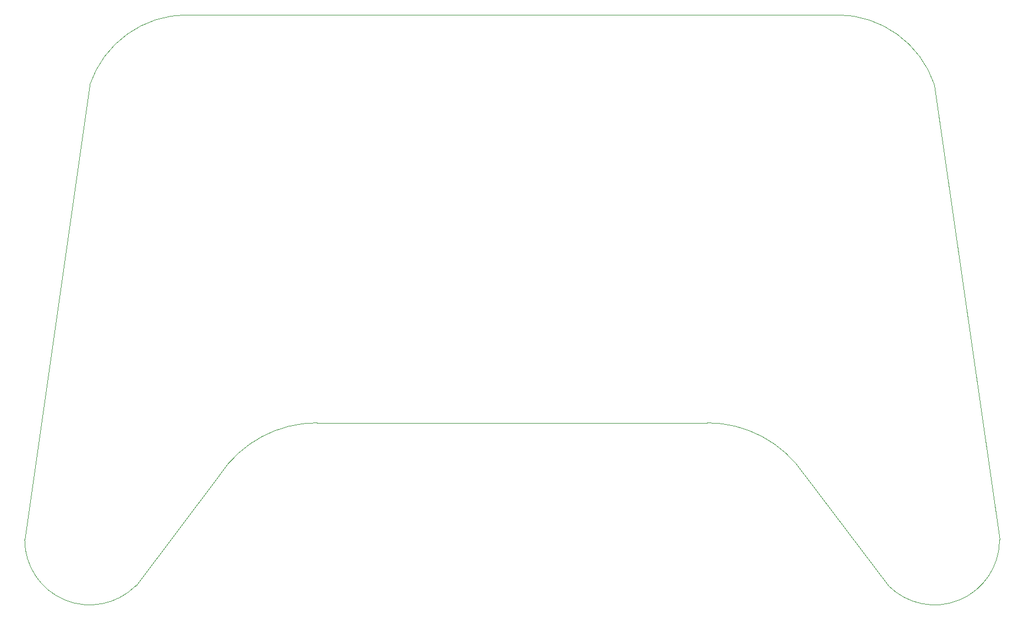
<source format=gbr>
%TF.GenerationSoftware,KiCad,Pcbnew,7.0.5*%
%TF.CreationDate,2023-11-02T21:43:45+08:00*%
%TF.ProjectId,___,65a7682e-6b69-4636-9164-5f7063625858,rev?*%
%TF.SameCoordinates,Original*%
%TF.FileFunction,Profile,NP*%
%FSLAX46Y46*%
G04 Gerber Fmt 4.6, Leading zero omitted, Abs format (unit mm)*
G04 Created by KiCad (PCBNEW 7.0.5) date 2023-11-02 21:43:45*
%MOMM*%
%LPD*%
G01*
G04 APERTURE LIST*
%TA.AperFunction,Profile*%
%ADD10C,0.100000*%
%TD*%
G04 APERTURE END LIST*
D10*
X100000000Y-64188612D02*
G75*
G03*
X85000000Y-75000000I0J-15811388D01*
G01*
X200000000Y-64188612D02*
X100000000Y-64188612D01*
X120000000Y-126972244D02*
G75*
G03*
X105000000Y-135000000I0J-18027756D01*
G01*
X92071068Y-152071068D02*
X105000000Y-135000000D01*
X75000000Y-145000000D02*
X85000000Y-75000000D01*
X215000000Y-75000000D02*
G75*
G03*
X200000000Y-64188612I-15000000J-5000000D01*
G01*
X207928932Y-152071068D02*
X195000000Y-135000000D01*
X225000000Y-145000000D02*
X215000000Y-75000000D01*
X75000000Y-145000000D02*
G75*
G03*
X92071068Y-152071068I10000000J0D01*
G01*
X207928932Y-152071068D02*
G75*
G03*
X225000000Y-145000000I7071068J7071068D01*
G01*
X120000000Y-126972244D02*
X180000000Y-126972244D01*
X195000000Y-135000000D02*
G75*
G03*
X180000000Y-126972244I-15000000J-10000000D01*
G01*
M02*

</source>
